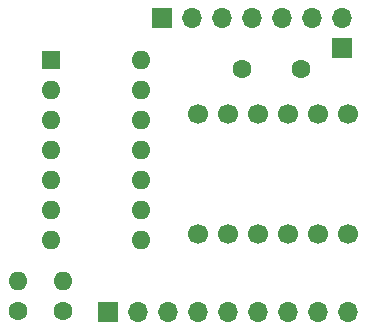
<source format=gbr>
G04 #@! TF.GenerationSoftware,KiCad,Pcbnew,7.0.2*
G04 #@! TF.CreationDate,2025-03-19T22:04:08+13:00*
G04 #@! TF.ProjectId,C128_Pi1541_Interface,43313238-5f50-4693-9135-34315f496e74,rev?*
G04 #@! TF.SameCoordinates,Original*
G04 #@! TF.FileFunction,Soldermask,Top*
G04 #@! TF.FilePolarity,Negative*
%FSLAX46Y46*%
G04 Gerber Fmt 4.6, Leading zero omitted, Abs format (unit mm)*
G04 Created by KiCad (PCBNEW 7.0.2) date 2025-03-19 22:04:08*
%MOMM*%
%LPD*%
G01*
G04 APERTURE LIST*
%ADD10R,1.700000X1.700000*%
%ADD11C,1.600000*%
%ADD12O,1.600000X1.600000*%
%ADD13R,1.600000X1.600000*%
%ADD14C,1.700000*%
%ADD15O,1.700000X1.700000*%
G04 APERTURE END LIST*
D10*
G04 #@! TO.C,*
X138430000Y-66167000D03*
G04 #@! TD*
D11*
G04 #@! TO.C,*
X110998000Y-88392000D03*
D12*
X110998000Y-85852000D03*
G04 #@! TD*
D13*
G04 #@! TO.C,U1*
X113792000Y-67183000D03*
D12*
X113792000Y-69723000D03*
X113792000Y-72263000D03*
X113792000Y-74803000D03*
X113792000Y-77343000D03*
X113792000Y-79883000D03*
X113792000Y-82423000D03*
X121412000Y-82423000D03*
X121412000Y-79883000D03*
X121412000Y-77343000D03*
X121412000Y-74803000D03*
X121412000Y-72263000D03*
X121412000Y-69723000D03*
X121412000Y-67183000D03*
G04 #@! TD*
D11*
G04 #@! TO.C,*
X114808000Y-88392000D03*
D12*
X114808000Y-85852000D03*
G04 #@! TD*
D14*
G04 #@! TO.C,Level Shifter*
X126238000Y-81915000D03*
X128778000Y-81915000D03*
X131318000Y-81915000D03*
X133858000Y-81915000D03*
X136398000Y-81915000D03*
X138938000Y-81915000D03*
X138938000Y-71755000D03*
X136398000Y-71755000D03*
X133858000Y-71755000D03*
X131318000Y-71755000D03*
X128778000Y-71755000D03*
X126238000Y-71755000D03*
G04 #@! TD*
D11*
G04 #@! TO.C,*
X129961000Y-67945000D03*
X134961000Y-67945000D03*
G04 #@! TD*
D10*
G04 #@! TO.C,*
X118618000Y-88519000D03*
D15*
X121158000Y-88519000D03*
X123698000Y-88519000D03*
X126238000Y-88519000D03*
X128778000Y-88519000D03*
X131318000Y-88519000D03*
X133858000Y-88519000D03*
X136398000Y-88519000D03*
X138938000Y-88519000D03*
G04 #@! TD*
D10*
G04 #@! TO.C,*
X123190000Y-63627000D03*
D15*
X125730000Y-63627000D03*
X128270000Y-63627000D03*
X130810000Y-63627000D03*
X133350000Y-63627000D03*
X135890000Y-63627000D03*
X138430000Y-63627000D03*
G04 #@! TD*
M02*

</source>
